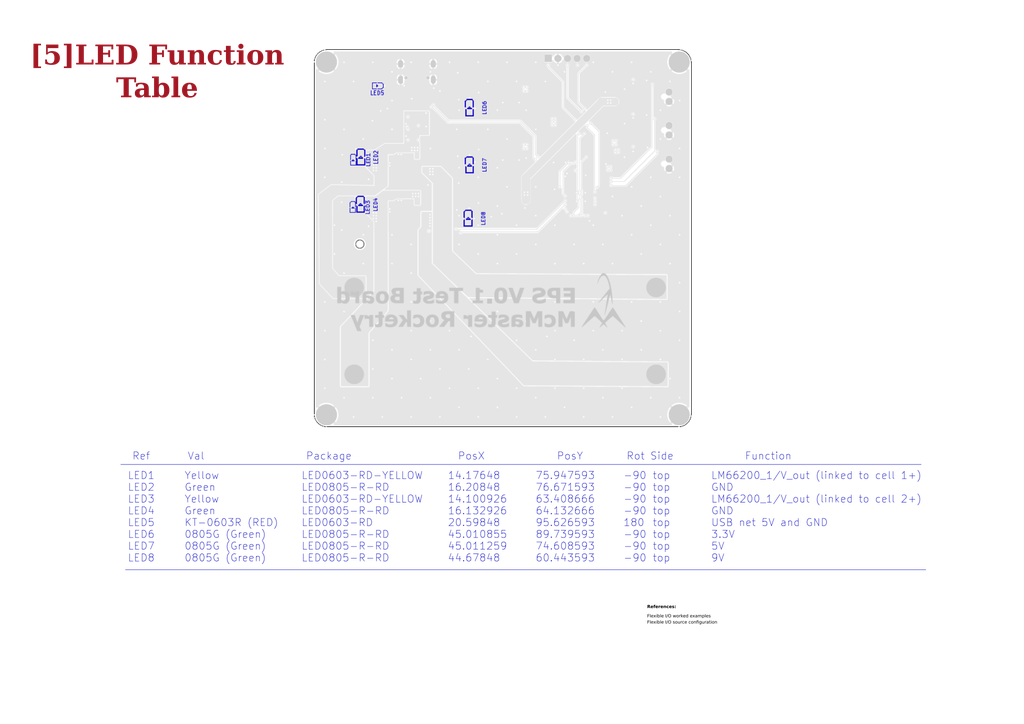
<source format=kicad_sch>
(kicad_sch
	(version 20231120)
	(generator "eeschema")
	(generator_version "8.0")
	(uuid "ea8c4f5e-7a49-4faf-a994-dbc85ed86b0a")
	(paper "A3")
	(title_block
		(title "Sheet Title B")
		(date "Last Modified Date")
		(rev "${REVISION}")
		(company "${COMPANY}")
	)
	(lib_symbols)
	(polyline
		(pts
			(xy 49.53 190.5) (xy 377.825 190.5)
		)
		(stroke
			(width 0)
			(type default)
		)
		(uuid "7409ae56-23c9-43e1-8a5f-cc29b8280c8d")
	)
	(polyline
		(pts
			(xy 51.435 233.68) (xy 379.73 233.68)
		)
		(stroke
			(width 0)
			(type default)
		)
		(uuid "a2834db9-c8f6-4bee-a90f-34cf1d276eb0")
	)
	(image
		(at 206.375 97.79)
		(scale 1.16343)
		(uuid "83ac6bed-b92f-4cc9-a3ee-9b0fe5bb1011")
		(data "iVBORw0KGgoAAAANSUhEUgAAAoMAAAKBCAMAAAAbeFG3AAAAAXNSR0IB2cksfwAAAAlwSFlzAAAS"
			"dAAAEnQB3mYfeAAAAh9QTFRFAAAAdXV1NTU1AAAAZGRkhYWFra2txMTE2dnZ////4+Pjk5OToaGh"
			"7e3tubm59vb28vLy7+/v9/f3+fn5+vr6dXV14uLi1NTUz8/Pzs7O0tLS3t7e5eXl7Ozs29vb0NDQ"
			"5+fnNTU119fX0dHRhYWFZGRk2NjY09PT6urq9fX11tbW6Ojo1dXV9PT03d3d8PDw3Nzc6enp39/f"
			"8fHx/f392tra/Pz85OTk6+vr4ODgT09P7u7u+/v7+Pj4/v7+4eHh8/Pz5ubmCwDM3d3jWlnRhYTW"
			"sLDcMS/OzMzg1dXinZ3Zw8PfNjXOZmXSFxTMLy3OtbXdEw/MNDLOpqbaJyXNXFvRQD7PUlHQra3b"
			"gYHVjo3Xrq7bvr7eREPPpqXaPTvOZWTSXVzSh4bWgIDVdHPUlpbYZ2fSLy3Nm5rZzs3hmprYOzrO"
			"Xl7Rnp7Ze3vUd3bUTUzQzc3gvb3eFRLMIB7NlJTXTEvQurrd2NjreXjUGhfMGhfNdXTTHhvMQUDP"
			"QkDPamnSLivNh4fWTk3PR0fPKijNSEfPtrbcGxfNX17RmJjYFRHMGRbMLCrNLSvNFxPM8PD25+ft"
			"kZDXFhLMLizOPDrOxcXfMC7NZGPSiorWX1/Rn57Zy8vlGBTMaWnSQkDOOTfOXVzRMzHNZ2bSRkTP"
			"Ew7MFBDMNDPOQ0PPhYXVxsbfOznOEAzMT09Px8fHycnJysrKy8vLzc3NzMzMyMjINb677QAAALV0"
			"Uk5TAEHW/2kc////////////////////////////////////////////////////////////////"
			"/////5n/////////////////////////////////////////////////////////////////////"
			"////////////////////////////////////////////////////////////////////////////"
			"/////////////////2yiz/oAAG65SURBVHic7L15cCTXnd/5EpU4qioLBXQVqnA0unERTRIEKUrs"
			"Ca83bE9s7IYdDoc3vBPhnVnJG2GvRyNSGsneUWvZGo600mhEjTgem+SIGmvs8Tg8s9Jfu+vd2Fh7"
			"d2Pt8R/emWlKHLKJpgii0QC7cRfQKFRmVQEoIDePl5kvr5f58qwjv0Gi68irXn7yHb/3e78fBRIl"
			"ildU3BeQqOeVMJgobiUMJopbCYOJ4lbCYKK4lTCYKG4lDCaKWzgGKSohNFEQoi543Lc2n9M8nxIZ"
			"TChM5FPUJbjsP+X5S9sNLD/tA5lLHLmJEhGKpuq8DVNWDPYBOn0mvhikQFP9NG3LcaJEJqXqyqvs"
			"BeBPxRd87qjv3GJTM4P9l+nUGUjTQkvMi99TFCcdoRDW1SbqRlEV8e/gcIsHvEDRQDPNciCf3rSo"
			"yUwM0tM7FBgabaCfZS72hHpwuBXW9SbqOtE1oR4spE5RvtLHjYGxBxembY0M9s3vtrJXasbNhvdO"
			"s0zCYCK3ollu6Erd+Gl/nUs1TBAaGKRn988G82cWB62WEgSjFMWVWMCN82zcF+JR9LnV+CFzeHrZ"
			"MkKoZ1BEsNy0HiuPnoBqIeEwHOVP1JdZkTqxKSvygD0FMw21zKnhKroPfaF/nz9JtcntoYdYMHJo"
			"+RXfPO1rGiDU89Y3xA8N2R05/bi58Nj/BSYyi0FhYvNiSwbSV1n6+JIDsA9EXdkZukI9GFEw48Bs"
			"5aLUt6fsVb7cTxUfgGyUl22n+hxLWyMoQTi1rq8idQymsufpAXurdOoQ0HnfF5jILAqtwBoMaHLg"
			"inSfeOFepjPCC27hkfh+4DIrN85sWao5M0d5aVe6Kne+hveYCC/bRuV7IJey/ZZvndfsGaSKLJg0"
			"9SORvc8ay9s+ry+RlQwMCjfxmUfwnfDgC40yV1Iaa1pqcMvH8D7xU1JNWN6CNzIzsgdiFl1cGUxj"
			"vi/czx/oWmOUwVQ/heFX0PDH4OnYf2I3Ssfg+XVqResRCQ9+OkOXP1beD1SFmo6pq7be4X2h+dUQ"
			"Bf2ZuEcxQid2FDvJdv1dpoJugDAoVINZGj8/3GwmFWEY0jF4LPw/rVnHZv4c0DN1rXkaPxDGhwfa"
			"fSoJPa/CvvqWH4u5zy5Ug+VT7BYD+/w5WhEizAnVYMFsQNSpcD/pEYYhE4NIl2hYrAJHtK/7Rqrg"
			"6oZ2364LrTanDST5mUcgVnFNh2pQrAif/4/IW4TBv/gOtjco6ZybMdmvE/mWicG8dl+MDPbzvI7B"
			"a1sATKlNdfwM1hvpQYdNLk/6WWRYov0Weugi2+90gsG9KBpjqn7BAGriIzJDQ/WpHV7Y64MOrKhN"
			"DCI1Se4hyM59rGdutKK+5Tnh91az2vfFmNviQ9ygGOqYriMtrnbtqbHqc5tOO6d3QDl0Q6hQmw8y"
			"4qQ3UZ2b2xAHkKR7tYf0DGY59DZef3d5m7nUfpPY/+PSKqNS/w/pH2aO4jURCjdguM9hG/60iTbG"
			"CIPM2RVH9yzqsXijw1W1Jbc9Qn1AYBMv31P36ryxu47B4uN6I5tV5kuFplh4IFXbC7i6K5Z/VTUD"
			"XoxVhab7QGWWjbkZECqQktVcr07X3us707y4NAb7BsFEw2oHVHw1/Ds8eRd2fwSc5qoOGysSRmPq"
			"XkuVNpmzci2DfTC/DgaH5DuTqXLiz6Gn7svvR7cl+pg87AHmDqRqjxuDFeW1asymGfYU7bzaqPzh"
			"xblWlWkMUkPg2onVDjodi0+lJPrqJlGNWBh+4Go7oRpUfsQxUhEyDIsrXaEa1PayekxmT+xmjyxF"
			"XX9EBLK/wxvnSYTKJDt4QYGBwsecbImgC7UTCmSKq7ClZfamKhS4rI/Ae0AdZ4QWsLBVZr1cvUF0"
			"acdzY+eKwf4D1EztncHZt2+uE1yb+Gy7mkdCfsQxyKgG9/GVpV3MXvUGspc0u2U6qus6VdTcnRfc"
			"PTJeD6+/xpxo4KPm7gt/S6KTggAh9FlYuq9Qt0tPPMpraFVTKf4caXirMzutC/k9fe2ORRG4V6NO"
			"dGt1cskgaiFE+oMDYN75WUbqwdIp0aPPLu67ejapGlDAawBK7WA71IMcb7mXKrq0SjSTWhh0d7WB"
			"Hp7Sah/moC4xONOnoc24bmYJr96oCOpB6tSGwRuOXb3MdvhjEqGfDf91HOMHsFf7iNmnMkjZ5rkW"
			"yAOkcuVSE5doXUvntmeQG0YXNq+3wWBM6BTl8ZNtghb/DJzZMOgwxwKkiZLr4Xd6e5JBZnwNXL9n"
			"b1hZ2GWf4A80COnHn/yI6X+svR1t5R/lwr1GF6IqjtMk4pyvLYNYdwdJFzVsrywg9SSDuVpjfj+H"
			"GKPo0n3kfuS3Roprz+9qdsLyYT6/vzXFIm8fTB3H7bAA6D3N58dW55wtg86WndOGr86uG9mMSRzU"
			"qHvZq500e7AJhnikVymMS5A2h2LHN0C5pv0ylpm7kxnbUkYlo4/HV7LTffG3xk3OcapD6NHZMzhm"
			"tfxTv/NQ2GZ4nZXFNfGja8he7gbgbabR4tEmM4sOxtnryKCPfpyrZ4e3tF/GlcFBrtCEjTPDNLjp"
			"h+rbGCXcP6eq7KKGYdBptjl1GL79N7+O0OSaeKEbou0VwbApeNEn5/nGmf0sB3WSq/ajj+TCu+Vd"
			"xQLAMPc/8efl8XfbwJVfuH8O8218i8MwiPqtWWhgP4rJ2NyGOuNB4CChNsYd2hQDUL9kmmOY4j0s"
			"HOoreG0Rk4Bgnr3MDsdfCwLRVOvghtp3BHAM4vduNpca4f9McUGP7LOwhDUJ6pVPr0CfhSiuMQxR"
			"ZbbJYiA0MahKQhCHb6RiNgHWD3WAE6pBDIPgScyw9+r70fS06FpdYnD5hGSUx1Q4icFsuTMRFHp4"
			"81gIbRlsLwSlhgw329GUYhjZMZimhG6vrd9CZmAja7vwM1hRgAf5bdLODTdZ9bBXGwkPoR2D7YYg"
			"oEt3iwO23tBj22I1aMtgAeQaLZvFySBT3Bo9j9381N3CQmjDYNshKDpUZKcqNhCWK3SanbiLYVCU"
			"ZXwucDmzFeBVJrIWDkJrBtsQQUk2EI6J4xFxAIllkGsODZvtOxMfdKB7cgcKA6Elg+2KoNAptLDQ"
			"DFQXpGGmE4NNTvZdQ5U+boQ93KRLa75mYOoLvlxF2kaWENLFNcaSQY8INoAv8xW74GglZpgVkB7T"
			"+wLykx8A2bjnxKA4WQayQ5c8L33HU5lmoxF++EHhrH68IZhNojE7174jFysIF/4UlFsWDHpEkKr4"
			"MuPTey7MxPldoS1OMxRsUnnqMr0HwBIvTSY6MijvDsBQ/rpQK66mxGHMsneHMreqzRC5IxpV2CDw"
			"GamHP+3tXVYQ1rO8RT3ouSFmgS8bG8W5KT3uibvC3zS/OATA6YeSQUbxhnRmUPhxVHYFOVoGM4XU"
			"kWprBu36hGYGG2m6LfuCirg+dFyydKq6P7phEEiu4vMCx0sPJlEH8m5RG7fFwA5CKwYn1yOy2HpU"
			"fnt8X+Rw+f5FDmlJXTIYq/InvPQ/mZhUFeQvusGEaQmhFYOHnTk33gEMjq5Jc3WZHNGSjpOGNFfX"
			"FbHbrSBMGIxQuQ3osyCGIKWzziYhcRvR00H2WYhqQjFUWUCYMBidxHWNkhvWMUhna2dgYApPIV3Y"
			"Oxq4uKp5fHWkC6tRZggTBqOTGmdBhHCAUkKN2ooVQxKUVkEHx1mwkgnChMHIxGwiHtGf2BD+eTyG"
			"G50wR+IiptzDTvejNskIYcJgZNJ55UsLXNLn2MyjYzvC39EHnb6exCwDhFEyWO17NrURXmvS7gwy"
			"B2AAvjwGtFjoVzhsaVwVl3GlDlUGz8BlW1v/3EsPYYQMVkEhW/pJeIuV251BoK0UFgNvUWB9EI8U"
			"A+gDvqbFKu3Q9cVW0kEYIYO5RmnoQSm8RXodxWA2XQKORUEX7ue4RjcyqIMwUgaLmSo4NZn7mQMi"
			"k62tXDNIA7Lz5QN7bDQGXffskJXx4TBI+OtIC4O2KWsEwggZ5MrN6ics2uK5O67O50iOWwbpEiDy"
			"yCusLvpyfFGk6w96YTCU/mBjaZ9kEpCqkDlFNGbt7EkShBNiCJAoxyTs9EN+1HxFhbybUqCLfQ7k"
			"uGWw+jx4h8RdZvJuMOHSdeNiLwyGMS7OF+4QBZionRHF5cEdXoCQPRTvTMfYZgRyHFB13RYXAFG9"
			"Rp8EM1Gri7PgOvBw2HEWmCxZJJfRGlFh4A4/OrjbWQyCwpHDDYhrTLII/11VX9hsiM6T9Eg8aqzY"
			"00L0DOIjltK51jblo7GJjUE9czco6gPrDZH5YoJ1VOIKBBiXv0tM1IriYFBojHA5EXLjO82hPe+9"
			"7jZhUIDw0qYm1PnNuFazq/xmEMVSDxYeYsZU9Mz92Xol7d2DO2YGF+l7hk/MYk8lBtPPfURwfDq3"
			"JjG4QNYTa3/FwiBeCx3OYD9/T/3EbkGm6A0t/E8X10ksHGL0Zl0E5zYRNVwF9EXK66PRhgyOFoW2"
			"eMv7IqO4GdQGI4vbDgsySTMutKWYnafOz0Ch+VOLbAGu1IYM0sVdX0uU42awn3pf/cRpQWZtuOO9"
			"sOh0LceDwtbJsNcgqW3IICYOnSvFzeCAguDyqV1/sJtETVU3bh6WuLvL3Ja3u5YwGJiMI5Bn+PPA"
			"GdSHsm8L5bfLpfef26dXF089GjMSBgOTgcHlS3VsEpz0oezbQ6OXoFTZWd7nHnv0x4uIQSpLUHL2"
			"DNJVarGaOQxmvjhouZ4n8SNdKPs2UVOK+QiWvcZkioZBpuQ0yYvKlkGqeFLnqYHxVWyd3wH+g10l"
			"muUpDizfnyeKbIwoKgbrBFOcdgxSitEQ5rS1UY8wyIA2aZRz4zssd/Uxw9YsnKHcKKK2OI9fMaGX"
			"DYN09kh52TeCsQLEw6DUGxRb4VXh79B7yuvQRNa0hChma241k6ZPGoOzHpModdCYpFxRo6fyTcyY"
			"JU4GJegW0xT1jv1EXTBqGwap48V7y/tg+u309XgZZPYDDDVmx6DmQcpzmGmU+BlcXe4/BwM/vvFh"
			"eKfz3xYXNgPyvsnVuPzh4l7hcMHjYslgGKSv3RkIbqGcDYNXNzSempgOYbxt8ar0cjHdT1XByJ+F"
			"dz6/oiqADiboIrNDTQ+sU5d9pXjHJOyzATYMNgxev9/+DMJ6UGDwMvOnwt93wzuhXzXm2yW+dQf1"
			"Bxv9Gk8ljJWsHRj8C6w4Ybc4eDe8E3aPOoNBukpRpeyOGosfGxwjfgYHctR/fCZfHdlPGHSjjmBQ"
			"jMMvKJuH0X8zh7judEwMAjhDItpmyvsfgr+8Cyb+OLzzdZE6gUFhxCO/yM5KSdyH90ZwPZkesVF3"
			"jzqBwdE19WV6+Prm40v8eC5hsMPUCQzO/Fj3tZNPTcKgjYKLVRKsOoFBwxh4aQ3bFCcM2qhRb9PQ"
			"mRqDk4Z0aq4YZPq3rVNoZi95z6szHepBYUyCva5OZTCoOA52hy+uuA7qEK0UBsd3jRlxXDBI5zDL"
			"hEGz6NFsbWRQXN0NNZhNXUyv4VfldiqDQcWzsRNdbdPImQqD5ijpzgzSrMNia8YbhKZx8VVYEWYL"
			"Up7EzNX7uN07lcGg4nrJ0k+DLKqv2nCJi8KgGUJHBk0Iin1eXWS2SW+zQaa+qZiaAyD2Qf7yyrB9"
			"ldGuDHJlh0cyyDGDfjr4ae0+0MEvMPArlUEThE4MmhAU+7x0EaDOqqwn1wyLubrqzOAK4EeVt9Tk"
			"ihpKjDNmm2tTBrllcBjhwBR1i3m61cfLPjw3qMv2g1Bj0AihA4M0e6HvXkh9XoNX26SnDo7lfPHo"
			"GshrPJ2qeSnL94xRqNqUQabUjMlJYBEoCAoQ8u3XGiMMGiDEM2hCEPZ5KYCO/w/LXkrdksFGfWgQ"
			"8ZtpKtdGVYxX2aYMkvmSB6lFQH2IvDEyKGAJJv+97d6Yyw7oF6EM6iHEMmiBoKUoLxYpIgbNvah2"
			"ZTA26bAzMri4uji1PfXItnLELAWiZoOp2XUM6iBspO0C9tggaFUPerrplgzmNtKD6hv+tGn/fHQz"
			"g/kTD5GF8AwOng7exSw8oGZtu7GFPMlKNXvpGUQhrGdA7sDaEmeNYLj9Qa4JJlVzOF/FzNh1MYML"
			"f/7k0LvEVj4sg//p0MNrD3Mn9p1EzNJw03DQmwwMIhAyzP2sNYQ2DXGY42IR8Y0nNpQ3/dkN+3hV"
			"3csgdVxI18rEkYWwDIK/PLgJwMz/5fvivMvIoAsIbfuCodkH5QvLt4pwrqlwDKr2vjPdy+Do4/GV"
			"9PUN0ooQz2D8MjHoCKHb4QgIbJ5E0xRXocDl0/jopd3KIFVbqByfFo+nSEsVz+CzEw/mqP/T99X5"
			"kJlBBwjdI9gY92iStWUQ+lMDfCaNLmVw4ccv7FDjD2Y54sYFy+BfpyT9r/4v0LMsGMRCaIUg94TF"
			"/G2J9ewoZMtg9SlpfcbSGrab2Z0M5ocOSzupvSGbPjpOELu/mvlfgMW4+Mb/LpoIqVDXQuNlxSAG"
			"QksEU6SF4iBM7DdKuKhcm+YnCVdU9qB+cz234QFCGbv/6n1prthsH9T+xiSRQfNkhgHCXO2RPASI"
			"BMFOjT9oJ3ooiKXXUj248JEnCEU9dbFMvSfPFdfQ7C/QoyZWBlNpq5+kh/CJj5hxcU1HNAh2GYN0"
			"aehBEP7L5fXJ3NpF1iOESExErhlGrjEfyqetDTAohLusMCCbqkaFYLcxWMxUg8n3uXsx0vAKIRqX"
			"c3YF8Zhvg7bY1gqoQdjI7YGZXYaPCsEuYxDQh8HEdZGOxbqGsDahdgHQPqBFf1D879D4mESaUNIR"
			"wtHaBZcZPU5FhaCBQapEuAqiLRgkvmqXcg1hvXFzXXntyGD1ZsuQRrf6/B2iBnvy7qc2CDY3Cgdh"
			"DbSoRfDBVP/aUt9HESGoZzC/7mAONKkdGHR71Vyf2yOOwVrNLYRM6T21DLEMyv+wBqsjaQKAQt5f"
			"p9cewouDfHXh8DHDHbcsyjQkBA31oH0GcBu1A4Mur5oZ3nF5vOMbSspqtxDS2rc4BuHGwHgsmvDW"
			"km5vlB2E5dWRSiadE9pjei86BI39QdJf1xYMurtqqu66sjlUc0IQ9AmhnBlsA9lASE2d31uqnGQi"
			"GxHL6rIxCUauGCwMiu3kodY9I4bQmcF4x8WybCCsZ7j8IcgHjGC179kULmxswiAqoWsprp1BGCSG"
			"sDMYtIGQGbs7PbAXNIKgkC39BBM6OGFQJ1M9SAyhizFJOzBI6LLqpyHONUpDD0oYT8yEQQvpGCSE"
			"sCP6g6JIXFZ99QVzjWKmCk5Nk6jMQU4+aM8x6GZGWc8gGYQdwyCBy6q/4Uh1qnn4gkVbPHcHrlPq"
			"NQYXauuXV518LQ0MEkG4qHvXzgy6dln1OyJmp8HHFmmlCnm4HKrHGGRHhvayNafUGkYGSSDsIAbd"
			"uqyGZpSB6jEGRy8Ld4bmnFYqmRj0YCfsCMXismqSwOBMzXkzO3Uag7laY2l/fM1hUzODEEI631kQ"
			"UtzUx5eLa5N0zeaiZQjTcCF1WAiyi9g1EQKDYLmxde7R3aTTGKyO8HluxgODHVkT5ulDLlubsB4S"
			"yBIh5MBzNdHrIywE8+tgARc8U2AwnaF48oW0sjqNQUAxYNfRwcGKQeEO3djsMAjZ59+rD1zlipm7"
			"9t0PhqEf5RqHI3yIDXHhITbDosDg9d3TzLPveOsUumawDgJM9OhJnu2DijqvJmSff7cxOMWJJuJD"
			"20suc/uNpd3Rx/H0BUUJDD75IHwGuSapVxheHkJY+mYQgTAeBp0WmJmU73tM8fXzwtAEZqqM2Rqp"
			"DI6UPhiMC0GRwUya4tmpkNviYOvBwir5YN4/gxqEG6QnD0LLoEY6emxcPd09Xd6Z6q9jvHxnH4LZ"
			"ylqE/oJGSWOS7UbGo1NkTP3BeoM8pHkADEII4wq5b4yk7yjquHAyXDi8YGp1TA1AH09kV6wQbEa0"
			"HEtkEBQaXpOjxDUmYfFpU6wUBIMQQtJTB6MlYyR9R7HM+Eq2DNbB4HXzdK1uw1MrBEF2YqTiPXyC"
			"a+EYpI5HnCLwddy42JXsGZQgrDeCuSIyZecuSSEsH+bzD7Jsfa6CN0dZDkeaQuuf3a9e/zh0CG0Z"
			"pI+fPzjv3z/rmjxNIoP6qKG2wjAo3K8JnK0rRNHsDCGE9ONPPgDC9dJDWLO8HYJg8aiSSeOacVth"
			"AimaZccgXR0+E//lJxq4o3UWg4aoobbCMQjok1iqQakpJoVQzXiEuxm2CIKhuXtLFafEOFZyW9Cy"
			"7BgsbylANXE2lc5i0BA1VFL+cr/EG8oLy2BcYoZPSCF0VQ/aIJjlZ1cyaS7fahIOhKRrtQ+sbSEb"
			"Bql+9WEfOMFA2FkMAhrM7uh5o9M1hl040Fum2pJBDxC66Q/aIEgXsiXu7vLq9DnpQEgSURYBGwZz"
			"x9prXEXYYQxWwUKmX3c7uJkHp+nhY721sT0ZJIfQxbjYenZkIr0vTq6IUZvIR+PEsmHw6gaSG6Jr"
			"GMzT1emH41soYNzM+tkLtDpLRHFiD7xNGSSG0Nk+aDdBVxsV/e8l78fwIewpBsuHLLe8rQseL7TF"
			"XFb12KD3gOjJ1q4MEkNY2Hxy6LB15b3+knU1aDtHLPnfc1IU1PAhdG6L+dOuYZDKcrPVqj6tK7N/"
			"2ad5rrELFeO6urYSKYRSjhWGw0z7GD+DE3T1qceTd+FHYUNowSAtQDVRPVHeDlQxU7OdxSDI9VUB"
			"O+841da+DHoZHdsK5ynD0kPafFDIEJoZZJ+9I/wdHFKAyjcxQ5wOYxA0nngEKNbJg6eNGQwQQqyz"
			"ljg3HRWEJgZrZ/K/Ssa6a9UobNRMKZjYlVB0ac3UCZcYrOXqC/s5p4kOEgatTuUk+8RwLmSGkH2W"
			"wCCsysFfMEIIjQxW1cLJDvLpBj3GYX9eUAw26loEvwDEnoLrxuuW1zSdb4LB61UHAkgYtDqVg5hN"
			"TPY1F7sbIZy7M+C0UtAsR5fV6CA0Mjj7tu5r7DoAEByDdG0siGDmqmozpmpVZvBxYSPnOANK1BZb"
			"nMpJwjWQ7oLKCCGzTz6l68JrOjIIjQwayjM9gfdt7bT+IP14ItV37oR7O/cHRfnvE7py3DdDGI67"
			"hpHBuTuGDfArPzuNQaGzQTsnwGx3Bn1DaD1BZ7GqWg8hO74LQpCRQWVIIip7keK6J1dYMP6DbSJ/"
			"ENrMEad5+dNqalwNhoxCCCxSPAUhI4NCfxnquYM6Tw0U9rG7JwzGJD8Q2iD4dPNiRwwLM5qtfTzz"
			"WNkUhVDHoL/sAKhMthnZcwyAafjbCsc0xpaRMBiXvENog+BCrXR65R0GcDeOGXZrhFc2RiDUMegz"
			"OwAis42aGROHxk+qLf9jhrO/JQmDsckrhNaZOMHdIaoB5nbTkrPNUmOLUTfXINQx6Dc7gCbL+eJ6"
			"A5TUfiHf4uwtNAmD8ckbhDYjYrC3WBXqwcpjmp1uIPWgDkJ9f9BvdgBVNgymB9U3/GkzY3v3upJB"
			"eq/drt1aXiC0M8pQlcLY4+weOB0cq42NNLjH6C5jtSYnvopoTCKpUVdm6kQ1m1nbJQUdxqDNSnvh"
			"V6Bauh9kSIgQBSFkD13P1NjaBQUGZdPwTC130NJHdKCLu+NSQvVoGdRcFkQGu6UetIs40piJadW6"
			"X4kQli53Xfcd7E3TCoMigqboCo20zGeUDLKnIK/xdNqwt1N3FoO29aDXMBOxiyrvTt4tuGUQMzsC"
			"GbREMBYGmU0wdq68KQyt2NupO4xBG3Uug9L9c8sgboJOZtAawVgYBI3L7CDsI2WK1Yr9CtPIGPQQ"
			"aMsgyGD+wuRQM5w9CdRhwrcIfiwBg9g5YolBGwQjZlAbb08dSKs7qekt3O5RMVhv+DaXyAyO9jHv"
			"6+LyV2ceXU0TB1AKVUxpxb0ZyTWDeDcFicGCTWjFSBlEMmDS7OXw9c2TPnz4r6gYHF/x4CKnlxKX"
			"P7uHxuXP04ejtSrTVm0x17x56LYmdM2gg6eMzKDNgfAMMrtgqlpNzduH2XSQjkE0E7BiG09jfdOi"
			"YhA3X+hS1nH5y5ebjeWsxwigYamMdxxG5ZZBJ2ct7wxWF4dBZfss733+WF8PohnRq1cPuOU1Hm8q"
			"67QxiSkuf3VqcHVwpNChthnXDDr6C3pnsJ5p8BkuXzy/4vVJ7tD4gx5kE5e/9sn90m6jQwJMm+WO"
			"QWeXVe8MsrkKKBabGzc/rnmkqMcYNMflp3Ngay4U18xI5IpBF17T3hms5VjwPL9Wzw4PeWxNeo1B"
			"S3W5fdCN4753BpmdiZGP6k9frvV5HTX2DoOj213BIDVcBfSFGh/XBYOu1o74GBcrQQ7nvJpwu4dB"
			"5qCO3wAz690xDDJU/vwMPHzypxTEyplBd3lHvDNIP7589kNu4KnzM6+mi65hkF340GO+M6GKHOiQ"
			"cTGdruV4UNg6GS5A+5Ijgy5T3/joD37ypHVlt1abAHse3Y26hEFqomGXFtCFRh+2l33QVtRUdePm"
			"oRickoOOzk4Mus2+5J3B0Y0WKGZ3znp8XEzn0jt+WtOOYTC/XS69/9w+vbp4CisdBwZdJwDzUQ+O"
			"lu6nq1Ol956v2DTG5foOb5FDW1U3MFi9seaPoY5hEIyep0qVHSbLPYaDUDyD7nPQeWeQaxVa108b"
			"3Cx/YD0o4crN6id2Ma7enc9gfofyGyekcxgEslM9WFaCJmEZJEiD6GNcTHFlluf6Ji9txsW5hhjT"
			"1T5JD7NZmLzb0QyWUxceBhQMw7KgMCjcSdGttXMYpFme4sDy/XnF2wzHIEkmTh8MOilXa9SLJavk"
			"tbMrGSmDcr4UCYMMCMVFjzngHSLiWGt8ZWk3vw7SGcm938QgPdReDoWqap9c46+fPKb4HJxexDBI"
			"lAw2RAapa5t5te+gu5gmKPIigixH0BYzxniYbhkkS5oCL7HsuIdngwy+HqRLQ0GtnQ1WzNbcaiZN"
			"nzQGZ/vk2t+eQbJ8xD4ZzG/NN6tUjbKM5VPtS01ZWi3ql8xYSkbQNYPUbNMQvDFEBrllcFhdVN/S"
			"98yX48sgg8jEYDFzN9Cldag/kq/jHC/eW94H02+nrzsxSJgS2x+D1cXhBzN3z/L5R7jxr4XyaYig"
			"awYLeWP6nRDbYqbU3H9CO7YJQn8GGcldXvxDg5a5P0gferZ3W55sPagM4rVctXD4qTUuu7CBb4tJ"
			"s7L7Y1Dy3ypUi+dVMi84pSEGMoOmZtZK1YLHttiL8twcSH0A39ygLsG7+sk4P7FMC6uLh6D+zD5L"
			"CxV0K/QxCeKf7k/MzrWPF9apy74SfkxCiqBPBtnrq+B6mnn75jpRhkUEQeHYC1vTm5/A5he1Vrjj"
			"4kU5S4ukGzw40NlAbzz73oeejzx5d3k7X7gzU6s+D97Jhz8uDiwuhlHWDBIj6LserFHPH1XZ9PC2"
			"VX3PZC1rRxRB4diZdJlLefD/io5B4c1PUFL+NvXOJ9+7BxZXTXu5keR4zlA1MaPlYQfZZkyyZJAc"
			"QZ8MjmYfgUK/UNfPblgcQHjYn7ZAS4fg03uHi/S9m4eX5KHs4mNw8VM/fLpF3/PIoF5dxqAHBH0y"
			"mGuU1jLXD0tV6/5gY8liQKpDcChbbzzNlVbSNXInxBgZHHgfCBC2sAzSSOpHcH3T+PWT0PNt87Kb"
			"GPSCoN/+IDgV+oMf1+36gxYLpg0I5jbAUgNUF3bJDbPxMfifjf9PQg3eAjgGqzdO+1qlxk+XtsDU"
			"iunb6TWlxBsXXcSgJwT99wdnrhxVa2Ou/bfMCIrHn2x48EGMg0HY/D73rvDn03fsGaRP+oosoK4/"
			"agG2z+rxbKa7hUFaMyV5Q9Angww1NLhazlyuzbhkyBJB4fhebB2BMMiU3tOdGhqmB97HMghu9INz"
			"88hYq8sXJG+auTsvPGA2waJFEhHVfTp4BtnlBwEf0UYSg9w8q/xsjwj6nSehq608yA+5XRdtjWB2"
			"yNONCITB2tnNj5FCeornRbSe6qPO9Az+zJ/Jr+QP/w71J+A/of7AeLDD5fvyC+jHIU/ILVkhER6D"
			"+XVgNRIMQYdSmBhufu1Cqgq9IhjmfLFZNggyQ8NeAv8E0xbX0fS6zzUouXZ76gIY6sG/+Kk77yv1"
			"4LMv3LkLln+m/kPDsQji+AbEoFWAgUjrQQHCsTMppr5nBI0MljcmkWnQgBl0j2C+75htpXL4OxpG"
			"f1A1tyzKDP79/zD6p0Bui3+h74+U7xdvCi8t+oPRMyjau33s7k8Sg4AuXN1MFfa8I2hgsHaVm31X"
			"e7LIGcTZ5N0jyGUuAMVT/WPYNiVcBqUXT138lT8W54oXfwJ0thn4b/wMSvN+mp7RsgxR3idy3Epm"
			"8PrY2zfXJ3canhHUM8hsjVTQACjEDNKl+7YeCAQIKnG2MyM4CMNn8KmL1CV1KULIgk/9lX8Plh//"
			"v9i9o2dQb/16hlejh4I+PhwIy9otOSyIoaKfPiydVvcsHCPcIqhnsMztN5Z2WbVQiBmstoDdbSBo"
			"iI8vlZdXdzE3NXQGkeqOBb9C/YcleuTiB7i9Y2AQ1SLop96Hrx2sl541+/YLam/zsMAwK2BpcGuo"
			"wvlAUMcgzRbZXGNIM/WRt8Xllk0yU4LhCJvXWpQG5gaF3h/UGFz8yef+TPzmZ7dXka1Mc3WeGAwu"
			"JvoiGHgfeaO/OrkP61vsqWZG41LLYL9UEd1N/CCIMij2Kq8f7j2nubAENyYhGRFfv6/xNGea49IU"
			"xZhEffeTTyL0CX+letIHg6NbsLJfaPiONKzIYNI0MPifgx8f45pnjAMd+hXa+LMXU6X3n/sTnwgi"
			"DIoI5g7Sw8g5AmOQyChzdQPJDYGZfgmJwadbouOgmUH5VVAM0gVoSnQY/JMIz+Dqp9P/3yV9125n"
			"pmT0EVZldmFXvpCWvVs5yZIgqDEoI6jfMygGyeyC19e111HXg0JHijrvoz5w8FmA//pgMAw5MAjA"
			"cquvZVcVUrPALgiw2YUdSg7/sekTQcA1JQYHp/bMCAbFIKFpusHE2R+U+BKn6jBtsZ3ajEFxqYD2"
			"3mmIglnxYHJhV/fZuaTnzZmlHBHkqFkYQZrZoVtPrEgMSmyYAqMHwyABgvnLQt89LpdS3vdnMPMn"
			"kfcHYRNs3ljR4XOPvJ44CBkYXBeXCoR8SprFjoit+pgUD0bPWTjBkx9bo/h6Q2bQCsFgGCRAkFu+"
			"I/2r5C/OHOG8cdqPwfFd6oqNXSAKGRi8Iy4V0D648cLIv0vZdgc9ii59hEv6YNGRZE8zaa5ceu95"
			"yVuPe+69+uDsTyUGFx6HlaeJpBYs3IGvcn3i45LisKaziBmUX2EZbIwXQLALM4lkbIvFpQKq/tYU"
			"9W//6r/9a28EekaHCbpC3ppBZr9xc12+tr+gMZhJT1rU2wEwSNIXrGn9QDBIgVQZb7WIlkE3Y5Im"
			"U7oMaBGbF2HHJD9/7z1xLi/QKTzHOWKrjiTFc09v1ktAycBF8bUzuS22XOZrwWB9gaiPQTQcGdf7"
			"Gzv5FMbBoPS9FI3DqqtzWAYgPgQhdj/7HPX/vG89Lhb+BsmgNzeFJ34yWWPA1kBuiBHvd3as2Fgh"
			"YpDZJFpaSzYiNnalZljsMDNsBnVCGKSLmQc8NWthr3Cfyzc8PfNfUNS/od43fQ5/UIATeN4QFLNi"
			"c02JgY/EMh2uKrYZ1/VgYYNg8RGhUabJGT6wzxsrXV0YDNp94YrByW1rx/0I9QwvlITwvxnCoOUb"
			"QZUBaKN2zSAAY0364Uh13JBqw0qkLqvCtSkqjJz375/ha9woY7+xABmT2LbFjTFrx30n0RfYr4cJ"
			"ZvPsuqrKmQLrKwSHIDmDTHYvz5VOxLBlDpPt5F7TSkU4KHst8CkKl8o0Wgbd9EAmt60d9x2UT5sX"
			"3unkNmCMaDyCL1ct+4P03ElAY6YAESRnsJ5p1IvHhSKoTOOL24PjPp2WNkoPKEAtvjdvX2ZRMqjP"
			"ryZGsirvmzurh08eeDk4S9snaZZO3sRBWJtQixPlzoLBxVVmsmVc8W3r6YRVkAiSM9jIFVeeXp0q"
			"gf0DbMAsb2tH8ttP3AUTDeXtwD5mfU6kcVgR86kUyUooSnNeFo9zdWwKLUnJFV3vj46DsN64qc6v"
			"OzIIFj8yXCHG4xOjQBEkZ1CMMp2tP7cGFuxCoUvyvHxpdA2MIFdwap8/NtpYwAiEYiQruvjAXGBB"
			"MEjNVg8B+6y+usJAiC5OxTIo/2PsJ+I8320VLILCc0A6JmlM9m1xSzxI4QyF3lfQNepDg4jvVhOT"
			"4SjaeNQIhGItZbVyJggGm9zyNpi7Y0jbjYEQuRAcg3byEJUr2Ia4Nr9RJ2bwbGrnLLsAPsrZn9TH"
			"Ik4jg1nbvlLUMdFtkt0jCoJBOSrXjtEChu8TQjkzGESYpkARXPjxCzsVjpBBduqEy+TG3wHP/8TW"
			"UuhnHfHoWrZffcM3T9umHtQglBbwzt41j5QD6Q/ayA2EkTAYKIL5ocPSTmqPeEyyB2YejVRA0TYf"
			"qq+l7EIn+dqJ8oavtsuYRJIMoRTIoHwvrDEJxSt/9HIBYRQMBjwcyR7Ub64fEjIoVIELlfxhA6Tt"
			"Qq/6jKYwWSt9qADVN7xhnxU0hvwkMoSh1oOsOApr1C1M3c4QehiTkMrjUvbRLTETxvK+kQGpHsxu"
			"EjKYH6M+YpjBTXD9PevY3X4DeghVQGlbJqpcsaoQ1KuLIUcOvk8YBIO1sxcegMm7VtW/I4RexiRk"
			"8hpNQaiyBJSWt8f3DCVU+Hgyt0baHwT5vi0+SzHAxqEgkJgy1CWfbtA1fInHkqcJC6FXBnU2ai5r"
			"G5vfCUL9bHcIDHoO6NGoSzEZZJB0E4bM7sUA8bgYr0AQVCaOo/dZcBYOQo8M5tOcy0jIDhCGzaD3"
			"mDIog3SxT2/WI/dZwCqYyFpUXcrEkDnDZuqIKV8dBkKva5oYBoFwtNYCdM7G/u/KRBOWfIQ1Qhms"
			"Pm/IWRQsg4EFdxM9SZzcReLKmWgPoed1dQiE9cbyNhhfsWsCYoSQZs2mWreLOHVtceFIX0yBMhhs"
			"fEEnxZa30xZC72s7NQgLq4OMAKLtkeKDsOkdQT2DRukZpEtrqMGFkMFoEYwxd2xuz9os5WN9sQah"
			"mknMRnFByJptUe6XsmsMWixj1jPInuosr2QMRoxgjAxSNuZ5P2vcdX1CrGKCcHzXdCHuoykoDDbG"
			"LBJYGtrinM7iQsRg1Ai6Z1BM0RqowmAwLAil3AAByGyoJQnoQcKgYU9bBunj6Y+HdVdFjCBp4cye"
			"GKYO3DIopaomOZOjQmEwJAjF3ABerwiVqSkmiilD0BYb97RlcPQSVAtnO9oH04OECNLX7ti7Blpo"
			"dM04Qdtl9SAZhPZTmAZJuQECkJFBsrBGBGMS4552DOaH9iuZ9CQaOeLpQ8KGmLBw6NKqoRQi7w9K"
			"eQ6lc4XDIAGEnhK6+JKBQTIEw2CQGaTvLRlWejSj7AtKVxcxg1K+V/lcITHoHsLYGWwSIRgGg6CW"
			"4/JD1rEBo0Iw+npQzHstnyssBl1DGDuDGF8SK4XBIDN8kWMtVyRGhmAMthnFahceg24hTBgUdjuZ"
			"2HrKKpBYdAh2mX1QkTsIEwalhJ3DKQsXtwgRDIZBK1dUR4XJoDsIEwYBxV41mUpkRYdgIAxauuQ7"
			"KlQGXUGoMSgFHolAbccgPbNRXM+MmzqESxvy4DgKBLu1HnQFocogXcyY5h1CUdsxCBZ22Scqa+Y9"
			"ZEWCYJf2B0VxTacDqQwyFnNfoaj9GAT1hmlrVdEg2JUMyiNvquKaQVw4/UDVfgzSNXEKzFoRIeiF"
			"Qe6JuyCLlB4Sc21+X3vt5D0bGoPQb5CEwajUfgzWPvl24dDaUh4VguQM0un98aq2HThOaa8nEARn"
			"0X4uiuzkQ3ggPiQGx1ekGB8Jg8ie9nN1IN/cL1kZCM1rSMMSKYNMZQIXpclaDBIbVhsoXO+z3Pin"
			"HsbYOsF1JF3HIDNOfSQuVPPKYGb2ftaaQZsZw8loECRlsPrUB9glUr5Fn5Rdehw4KUYG6eK6tZOR"
			"DYPGCGHWytXqC/snDY8MZpf3qyBHGysQqS0etC6oMfmimFI13HwxZAyO7jikmvArZtjo2ONZMTJo"
			"8KRHvrBm0BQhzFKzB5tgEJx6ZPC5xurg83dNq1noXMspIHWjfnMdu4FfkTBIs2ONcLM2lFPBVf9x"
			"tsW1YetT2zDI7LvxzRwtHm3kmpxHBp/cbCxvj5L3o8Sh81jbzNVRE+aUVoGKrvHDwTHedf1B+vFT"
			"p80dmvPG4ECOHZn6ONZ0lHZyzyC7GHIXlSrzgWVjB93EYCEPu4tVOt9iTz2OSdL8c+/Gt7QfJ7cM"
			"0icgwDrKSuzpgpeWwlbdw+DcHSR+pAODMzWrHEMCg5k0oSUoOrlkkBm+CLKOMouu1UHWO+QX5tF6"
			"9zDIHCDRevEMNgFTtcjCIDAY+W91L3cMcvPGcGMBiyr3+YoulJo01aHdw6D+EPYMcs2hPAuGzEZ+"
			"Ycxz/aeYqNMxyw2DdHo/5B8wujbjb8RNlU2Lx9uWQWk6m85Wg2UQcFcfc82n9w4LZgbrmRybOm7b"
			"itAFg56mRkiU35u577O3LNQC5o/ak0H2VDit7C0WJINcPntZE3uEEoNiuj1VeXrzFMz1hXsTfciZ"
			"wdCnRqo3Nop+R9wdxODs2y88gN5iATJYvrdUYYcUBg3OaAuio2ouoPmn4OXIYOhTI17bYTGrnbRe"
			"mmH2+A5iEJTF0R3D8YG2xZS4VH1bYZAuAnRgwo43Wwu78afktZEDg6FPjXhuh5lNMJSVJsWa3NJu"
			"JzGoyRODi9vjViWWr1KM1hYbUotW+8t82yLoxOBkyFMj3LzndljKcizGz6GvVthOYlCqByk2641B"
			"amJ/iOEyJp8/MbN7LsuyVmOSNheeQTs/04BEpzd8jocVdRCDSn/wnbwnBsXgoaBFp/sMPSShBHIb"
			"BXEVTa8xmD/Bf4/V8aCf8bDU3CixLjuIQXlcXLoUOmzeZi5yA9XS6vPGZJuyjXpcGHs4ZmMzKric"
			"4PB4hIfzxyBVtg+J1nrmvT761/439f27FGfcJOtjPCzdRaa0kpYC/3YQg9A+KN53bwzKa4KNphY4"
			"V5dJj5Mm+DaF+PcpMSMr2Q5+GOSewLkxUFcOb1CX2hE/aFwEeM/zBaE145o3D6tiAPROYlCTxxnc"
			"0cf16SvvGK4d57NAz7zzrP3yW1OIf3/KF+4QRqr0wyC+1hcg+bl/Deh78O1TF+DdTJAdFQFxoX/P"
			"sVIiiJ5isJqaHfxg1FD0OAZHizvN7JbtjzWG+PcpJkvoWuCdQbpWwlo9hcZyWENQzD0TLIM69RSD"
			"ID+0apo2wLXFo8ez9Uq6Q23UGAaZynUH3Gkwh6Y5smLQMQMmfYz9Wr2lvcWglZAxiclhv0sZpCZc"
			"zOAt4hmUsnJhKazeOO1rlRo/XdoCU+YgeRMbKni9xaCVyRlnm1nYGMK1xXHLgcGGTQJ4/GhEEY7B"
			"Z/jLT/4Rvh6kT/qEgbMU9l0ySJt02JsMllcL5qm3J1rvZ+1s1DTLg3rIYTN8yIFB862VNLrjygaF"
			"rQef+evsH59bMKheAzu/Jt4yMSY+swkschH3KoOjteKDtNEFIV+l2KzNXB19snja2gjX88SHvDHY"
			"cDe6MDL43MD7n/+/weifKh89k/1T806Hy/flFyW5vZHCvosOChabdhqDZX0XmvFkEmF2qSaYu9Qz"
			"iPdZGLngMmIayfYUnsH8uisGy/u6tzfgu1UTg/2jp1z/X/s378LtAPjQfOzDsuuy6jgG9dCZkza5"
			"Um6HKe8vGOZJsL5bucYemNll2nUKz8FnwSa3lJ5Brqlb0n2D+pvfFf5ZvuRbRgbpv/k/r4LFgffF"
			"98+MbQHwc9S3jcd2n+Y5QgarhWAqkclt5I03j74cqFWXVj7x0HBBXH72TwrWPqwgN/7OQmXmIFwf"
			"PO8KgkG6dB8dPi+mPpD+feYMGBlcfeZMZfBXqX9998bfrnzfeOx2ZJA9Xd523sqFdD1ATE5HewkI"
			"ikFnLH7b1Xc1BvXKPxptVVMdOi52x6Bhklod7C7KDC4X/9I3AWRQ/Pgf/Lt3tc0WKWNz3I4MFlYz"
			"ATkQIZEOql4GCRKCAxMjpnkS1UptwSCzvwjW0u3aFAfDoF4ag6viyxvL7wGpZlyE4+Jn3pe/lTcy"
			"jYzbkcEArcnKsGRyx5PjlohgJl2buWL0m8ExWMux4PndDrVR+2UQiL3DS5q/kCBsZJ555sfgF35k"
			"MRBB5I3BzlhXJ4oubMz2rfGenNbkhlgMfHSdMiFlz+DocQUUw3UF9aPQGYTVnVjfNX6Toj5c+xvU"
			"v8JCSMBgo6QknJwAFrckOgYjiiUM+4ILtdKaxRIlewbrmQZI11yE9nInLmDf+tDbYo3BxXef+9kf"
			"iB/LjgywP+inLdZmk+fN8WwjZDCimOoQwSW22XqCNy9RsmewSmef4O8H1Z2oN4hyxTorZAaR7p44"
			"JpEGIHBcLPK56o9BrLqOQRVBwKxkLRY72jMImH5wHtgFdgqDP3dXAM3MoPxqVdmsjRkks5uQtcWe"
			"bDI6BIFVeKjqjV07BoNVB7TFgp7iL/up9/WTdcb54gDGxVj5YrCwajU/HYxg3gBCoQhmrm5+wpTX"
			"hhk+YaNhMGiFUg8+J+VdWTXVg65mmcd3JQ9p3/LF4OTdgIzSZtHFlRlyM4kOwXSZSw0ZvDcFBJss"
			"lzAoC9MfNDe/5ra4MV4AdwOo7X0xSJ+EF20R5g0gEoLg6dY0fe/mocFnASKYMCjLJ4NNRlr36Ftu"
			"GaRLa8F2sUMQguD9bH5rvLSSrusuWkEwYVCWTwYPC8Gsd3XLIHsK0MilN7SdfEVEDFI6BAFYOADV"
			"MnU/r5WSimDCoCwMg/IrOC5G3yAKakxSbblsi2szSPdTvxo1mCvxKwOCAJQfLHw4B9YnlEdHQzBh"
			"UJY9g67GJJPb1o77eFEN0wp6K98SnSz6g0ItiK5GbYua0ISgoOZQ/ZJRpkoQBN0ySDE0aBuf1rAZ"
			"RAUZlL+XApHmOXM5NMasHffxGl+/NHwyseGBwUX9atR2YNAKQcBSTXUGGEXQJYPM+Fq+9JPAJu98"
			"KgwG1VcYBunS0D7LlCxypU1uWzvuY2XR+fM0LjZ4fusZ/I1/+TeKfwD+7m3Si/MlSwRBPTO7koEz"
			"wGwq3VQbAXcM5mqNevF4qk3CwYVjo7ZW+YHUxkoM5kUDDLcMDk1zBp76g5EwuDj46d9ffbplXzky"
			"O4FXLdYIAmqkBmbglLEYFRN+vOQy9lt9uLjydP9Wm/Qbo2RQNwxh9oQi5crmRzEQBulWGAyufv2H"
			"VrOL6kmvuco7RyIbBIVneGu+CR9flh6CDC6xQqPshsHqSKqarbeLScqJQevf45FBsUgdtwmCQWq2"
			"ehg8g//w//jvqH8GfvGW7QHd5d8kkC2CUOWzh3xfauKx2BYv33+q0pw+Bo8PZx71X04PrAp/HtnZ"
			"+tmJTL1tIrNGyyACYaj1YJMTQ3ERMMiOyP1SLIM3RGeV8wuM9yNp5D1lN5u8DU4IVkGhmm2ciX/q"
			"Azku+8R7z64BXswhzo5MvY9PUIdxnLC6Kz6kX19lIQcGx61z43hmUIUw3P6gONVGwmDtDE4PYxm0"
			"W43qW+PWM8hOCMJu3a74590nNxvp4TRfAvsH9es7wu8ZWxf+sB6808r3bprvinc5O7Y5MGgDm3cG"
			"FQjtx8VxjEkKq9AlDsvgV1c+AOCzf/C+8n7WPqYfmaw9aRwRhMPbvPinJTPYKIJKrf5cYzX9XEP8"
			"Y4xS6EZSYNHgZFhvb6HIGVQhtLMPBsIgxZONSZTF51gGX1z4FbD8Xx4qq1HL92wyZZPLqmF0RlA2"
			"83EZ4U/r7kSNy46uzXHgojby+JM77OjO8g674GlNsTf/Rls5Tr1Gz6DTwCQIBtnTdMbHmOS3qcff"
			"BCYGb/CG1QeB1YNWcoGg8LNPnk1tXIh/WswOxU+w5fr2wh6gcyMVvin+aZdhB1YxMChDWNjIGaZq"
			"oYJgsHb2wgNvvlsiYc/8pRtvyatRV3UpM+1muMOQKwS7RHEwKBYwswkGGYPLiqxA2mIu691/8Bmh"
			"Hb+QV6PqUwdHqF5CMB4GQY5+XF/Yb1m67sU6TyIKWY2qpVCPVj2FYEwMgtyVTbuvAmFQCpPusS1G"
			"VqMa50m0v6GqtxCMi0HMwCQIBuV0EcHP1VmvBAxawSFYeNgu83E4xcWgBGFobbGcNqdDGQwOwfw6"
			"iCWcCaFiYxDUZ/fCG5NI6cMCZ1D+J2QGg2yI2cVAMzCFpPgYFMo4NNuMzUfGMxEyGIl6rC8oKl4G"
			"rRTIfLGUTjYcBsNti3sQwS5lUE6r3YEM9iKCXcogw+zxnchgTyLolcExNsf6xDBMBm0+Mp7JNYOy"
			"k773MUltwpWl2w7BcstX8JMQlhgEeniPDI5vnXp1GlH8PENlMGBf/rk7vsKd1Rs3111sZodgteW4"
			"TBWnEJYYBHt4jwxee1xc93ZX6nPQmyxMBn348uukMOjTSZ8pvefCTGfbEBvyHhAr8CUGAR8+6v5g"
			"fl2JnRfumMTzPIlOUdpmerMvKCryMQnFwEm6QBks39MZu0l9+dtAvYtgl4yLuaY5fb07BqmTZ4/b"
			"IehFDyPoyOCMZaLsNmPQCkF3DFJsllp4l8JvF4Hma72LoCODF5agtBeDlgi6Y1BcFbS4Hn89mB3q"
			"XQSDYdBq2tdRgTFYbekRpE8WQK3hrj+Ya5TuPm1Z1Uetw55F0IlBG1D0DFq6vzgqMAabE/rYus10"
			"ClzU0+7a4mtbh/lZMdTW7ArhaQNXryIYCIPeoukGxqBheMvsD5fAfm2MczUm4cZ3eGkSg6oQnjZo"
			"9SyCgTDoTWExSI1sPA/eGcgAItsMfdIgPG3A6l0EY2QwN2DdiSQOZWtgkL66UQCHk/sXJAzmLxtx"
			"D0yYXkUwRgZthju+GQTcEx+BpXfzRDZqKdN54R5u65CVnelVBLuRQZDfAlOEvvy5xh6Y2aWM8YSj"
			"1IWXlNpdoW5kUBZh7LcLLjPaDhMmPaioGKSuPzLcYDyDsyeuTY5BMEin2WL+x55rojrohDWUHkWX"
			"PKWct5Xp1kbF4NydFx4YjoFjkCVwTwyCQWFzdtJzuCmuCaxmarpEjbor70e3Gl0z3trI6sEJ4ypD"
			"LIN0adW1T0swDPpSUg+SHM54a5P+YKK4lTCYKG4lDCaKWwmDieJW2Axy4wccyEyem/1qEgYTyQqX"
			"weoNxSMqM260fCQMJpIVKoO5DWEofsaDPuG4S8ZMJwmDiWSFyaCAID10dKU6MNHaSgGjn2vCYCJZ"
			"ITLINUE+vZU+E17y02D/bEmfKiVhMJGs8BikiytUebsPvuvLsMriduUYCYOJJDkxOGEZNtoNg0I1"
			"yFRTyruB3/9v+vQVYcJgIllODKYsI524YbBRp8pHZ+rby2uPAI06piQMJpIVHoOHoP8C8QkdYAf0"
			"AboTBhPJcmCwOuCDwQuQQt7/4acpXQA1XwxSsw/UrQJgkClVfUX48ynfYb3Irl5MT+TjdIEf3oFB"
			"qh4cg3+H12Xp9cXg5F2YcBgEwmDALnKkmvMXwY/w6qU0bT5OF/jhw2NwfKW/tKW9DbYtpmtaLsMA"
			"GKRrY3FmuGT2fbkfkl69lK4yPBEfPjwG6w26zmhjkotrW/pookl/MJGs8BjkmqAPqIOSgSs71NKu"
			"7hgJg4kkhceg0GcbuLIFe4QDpe1LQzchYTCRrBAZpCqA+lefq4nHvJzcvwTZIf0xEgYTSQqRQVC+"
			"BwYaU7/1OXA0V6uCJTbxWUhkpTAZFLuEwiGERlgYmmSLhrFbwmAiWaEyCJiDuvxiaW3EaLdMGEwk"
			"K1wGAcgPPaBAaTdvtpwnDCaSFTaDmDMnDCaS1MsM5rJsnLMjiaB6mcEEwvZQTzOYQNgW8sjgE4/y"
			"nqNUKcdoAwZdQ+jz1/ourLZS0L/GI4PXGqUVX7kk24RBlxDWG36StwqX4iv1bJuJPV0M1tnSI4Pj"
			"282bh/4eh/ZgEOQ2XIQOHF/x5eBXO9O7a3S2Ju8aQ0n6lEcGx1iu7LMn1SYM2mQa04s+9mfFYU0W"
			"+g6W38IwqbfHJJLcQJgoRDkx2Biy2Km7GEwgjFlODFYssyZ1F4MJhPEqYVBUAmGccmAwv94TDAoQ"
			"zlgGlEgUgRwYtMlg2HUMAobhEghjUsIgVAJhbEoYVJRAGJcSBlUlEMakhEFNCYTxKGEQEcNsMF00"
			"qdYpShhERbMggTByRcYgZdwDzyDTdM1CgAx6hZABobrCkh6eIzO4x331UTHYqBtJwTJIzTZdB7Gz"
			"ZZD2kI/YE4RMCfgKIBjw4esNInfF2K++bRmsV3wy6NFR3wuEsd9FvRIGbRR5WyxCeN/DLLAnCJO2"
			"2Mfhu3dMAsSAN15cEWh2JlnpFKW6mkGv/jDJcrtI1d0MJhB2grqcwQTCDlC3M5hA2P7yyOCZB9Ob"
			"8RjRMJhA2PbyxiDDuLbe2Z85IgY9Q+hm4XGiAOSNQcClfM+rRsagAOHTe2SHhLslEEYijwyC8obP"
			"UB8RMgi4eU9OWQmE0ciRwes2vaIc8OlrFyGDXj0DEwgjkSODtkTUL/2FfIiSwQTCdpYTg+N7dkTQ"
			"7IWv+xMpgwmEbSwnBjGWQLq0g3xHHNbHH4NlbZThLqy0ZwgXHnvYLRGBfDAImOETtbNIHt7MF4Oz"
			"b2vxx1yGNvcIYTcuMplfe3wl7mtA5IdB1ExIHubRF4PsqQae2/D6niFcsf4iS9JnmHxIsPHFCMHG"
			"KVIj2fyHbwHqc7X2odAXg6iZkDhArL+2GDmd6xQPHiHMn0j/HKcctkM1ve28jSqKI7oePxKem6vf"
			"kJKp3qrQThsTPTeWunA1neaPQT9mwmjHJJIY5kGu05cs0RfO26iyeG6ofwHz+b50aijnMJ4bV51p"
			"nwyC3D5BmeRCyaFdp1w/B/m9nl8313pLuLmUWAi3w69+qy2bKQ6d/DIIyvfdXxJ9itTNgTFIF903"
			"sT2/eHPiNrh19T44yn0fgF+mnLf3J5vQgQb5ZpBEbB8ybgmMQaJ+Xo9DePTDi5flNJYCjKnPh326"
			"dmQwhbSawTGYQOhaw99SW+Dz74NXd0I+XawMliplAE7pff2nYTGYQOhWb/b9gmKTEarEICvCs6vi"
			"+Gd7Qdc1i43BqdN9npeOxFPDg0fIN6ExmEDoThO3kT6g0BoHVRGeMRdn8CVfLGgYxsVgZUTX1eXH"
			"K+rr8BgUIORd+wj2LoRv3ULHwt+7eMnRRuhGZ1Sf7j31hEJhPAzOP6obP6JaA/BViAyCasu9dwHN"
			"zp30oqP+9K3X0aYy8x3wOoFVw07FXdP4OgchiIXB0rbFeJ+/AX9pmAwSubjQtdleXC1yPqIzCR79"
			"IXjZVGMQa8QqeR01vSX9EwOD/KX1xxDCUBkk87PqySVL3/ttfbWXfdX/qMQSQaGOLYoQxsDg/Ic2"
			"Vk/+UmqOw2UwgdBB0/un+g+KXwOv+ZwTrozafHHZD2JhMHVm943caw2ZQVIIP/S/QLWjdH7NOAx+"
			"k/fZGJfsB9b9lzYM1oYNNzhIBjMY80hZHB2HzSDg5gkqt55bvNkyjYIHX/M5MravdaS2z4rB0TUw"
			"p/exCpDBqU3M/CMv/tbQGSRrYXsMwqOZE+NHE7fBZ/z4ERZx9rDRE0sG6eK6wdPUiUEWuF65ZNs1"
			"kDR2FAWDCYREmv8S+GbFeTNbYapBodq5vhVMf5Bg5RL2gsAwFwmDCYREeqv1iqlydK/5VezXY0fB"
			"MOgewjMHP+NrW5EwSAphb+dKPP++nw4hbgAAxGonIAYBw9gu79TpygH2a35yPxoGBQgb7tcVlO/1"
			"NIRCh/CL3ve+xN8png6KQd3yOYwcHgpxrB4Ng6DeRzAd3NtZY4UOoQ9P1pbDrqnAGMRAyMsWNqlL"
			"MdDAnylXj4pBMp+E3obQl4XQYRkHP3kQGINCc2zTxRr+lvSPVJ07VMwgfRYVg8QQZgJY6TS/Bia3"
			"wYJHH4Dpj8FY/zaIftlv6y0fy0qiZBBwT1hnrEEZHHZYQkVcD84fHP1T3a+0bDWOZIuQ/u45Qggv"
			"3CjLM4irgAB+Uuto5lV4panPwoW7g69J/6Cmjzd5q5McLZ28pl4r/YtPohRPV/VFIA8g3jCd3/vA"
			"YvhbPgYlkTJoF28QZdCpP3h1h4jBo4nXjN9YEsK/afWdE4TkDL7Yb3+04teRqpv6tjR/JfT2RSG1"
			"TPFr0j8GNwG4nabbD5XHafrBW4bvgmfwrZaPQUmE/UFR1hCiDDqMi8EE0bj46Efm0xEwKEDI41Z8"
			"kjOIcXMyYiR5Jx/9ofSa+rRaQWdflf4xwGy+Euq7Dy0PC0JgULwm724L0Y2LZbG0BYQogw4GS0L7"
			"oBUkJAw6rPj0wCCgvjwIxiz6e/P/wHgrpLsKkdPc5WFTbLjlFldC/RPxLNO3zKcKmkEJc+8DY4em"
			"j+oLmEHLoJcogw41c+aUaJ7kLYtal4hB/BITLwzabQBhA/StKtxSQgI2vbcUfylYrdEvWV7JS/kU"
			"OPo+j+zfMjbEIHAG5bLzPlOC8ZoR1X8ZNINWEKoMikaa03/8S9gLEhr01oRUWAMHFKBLqyqD0y2x"
			"1zSQlyoZmUFYztQ3Ktpp3DA43ZBmDKvCGAWFUD5DVR22CqNYSYzMz20WnE+AnX7LcakDg7DRlSo8"
			"yJ3sIv89uVwVpwA4SDE26eJvu52uaG/g/vNfkl9SvyrVvXJ5yKwh1W72O8jnpIIVOK6n6yB8tXMx"
			"EDiDFhDCMrv9HblYKPqz4j/CUI6iPgfA70pe1dSL4l/++lbmNWQclfqvGdi2a2NKQP/6joFBueGy"
			"YVDa/wfyUejP8v1g4uQ76v0RjqVAeDTzG8rHL03rH114ZLEqYBhgbYFyYDAjYyDXd+ffV4+nvIaN"
			"sYKqcQXH8LfEuAeGcwn7KL1B2HSjDCKCT6AnBpUut4+BMdZN5bI/IB9WnZoTBvuLqUlLCeiBH5zL"
			"L39XOjAlNT65R8ZBxlflG87/DtqbeunkisRgeft70vsvoqcxAqBvk4Si1H9A/6M9CcLpl3XmjRO0"
			"rkMYtIXQgUHYFMtGGNiJk24rfA0bY8jULYMrM5g/Q/uHsAsiXI/SRkNAQmBQ6UNQv+xhZ1lYd70L"
			"a/9Bs4gYNPkvmLtVIoQyg2DgXKJLYnBg/FeNHTwZL1iI2il+npfqwSv/o/QWWw86MCiMSa8x/J5x"
			"yCD3+PU/QO4SMcyKlRuNzKDtbYbYwCZXvgT5tsJv5JoPNsXYFb3T+9AepTGoNJTBMwjrbwD8zBhj"
			"jCHps6B8+fUyQmjRtad/SWFQOabI4GLdZGiQB9OmMeVLVdk280fSF6mXKOCZQeGjamvoitHOSP+8"
			"VhPqGLSB0IHBN5Cfo1aassVUvstSD1Ax1djVOUeLZ+qQRPqlGX1PD2VwWg1Bq/REPDCodF2BuXtA"
			"IpslTfIYNBQGjRAqDYZwU78D6zkBOTOD5QqsBlK3Cg/BUWniK7x8m2B7QH+tcrT0VfkWfHdL+nf6"
			"K8odoT8L5woc+4PCjbqV4ijhhn5D3uP1+1zf78kn/vrqlel1pLem+wHKJ5YQumJQ+RoyKNXfkDtp"
			"JGw2WSOaXv89XSshGhVhS67U2roxiaHt8MKgVrw+428NWptNg1xXZ5Tek0s3TwLrdvqXTAyWK/De"
			"fL4qVkFcs8gXz8TbDgd/KSkICiz1L6TkE0zfNrbejuPiN26Pw0caPuXCp/CV/KzL14hURgYGLSH0"
			"wqB8qfDBE88N22Wrn2CeDpEuB5oT6X9033iWABgUxyPUF8TjvPSWP1fqqYdWhmoZwZAY1DvR6OyD"
			"sE5Lfe6fXvSBvkuelv2qqRfF1cXyvZFuAbL6DdYOsJMED/Brovff/CPTVB2BfbD4zZZyYJkD5SbJ"
			"N1YrdCODIoTGsK54BtFRCDAwCH+e0BgrD5vFcl7zdIjcWVD7OfStFADoCCUABoVSob47IFyUCKIf"
			"V2pg6TA1PCIhGBaDOgh1DCrl/DnlW3lcnPq2eD3q4JL68pVzsAp7ZNB8Afvz8G6I1QbaVKhyxSCf"
			"v9BcAIRP5ROnoOlS7nJphW5iEOT3OIMvl/d6ECIvNMawkbAwxZmBelH2erCarQyKQeFnC/WreJzb"
			"41/yyyAoVfXtMV9SAl2FxSDqyaVjEBplX7pk6vJxZAbl8jFY/W81KeRTuD8sW7FWhPZdaFy06Q+i"
			"O8nfze9+B2VXbHTtpxuQH4DeBZo1QOiDQVizv35fN0TW6XsXurfUy0p3wmBTQs7ie0wiPOxiXSs+"
			"GN+svMmb7EXE4hmtADM5rWkPjUHEk0vPIKxyhPZm/gHdBLkqcvNMKEi9c/lTZfoKNmuagRa6oLie"
			"JzHWnuKIlJhBEcK0aF1XMjQMSK35LWTFlu4sMoNKKwtPB2t2eHEvPik3EcZ5OmCYFX6Jn1BaCFFm"
			"16FgbDNCMUnNvfjjP3Ol9VYQ0bemzu/NHYOLPHd1C/k0PAY1JxorBrUev/wtyuDnL1O/o3wrtkt6"
			"BrV60OBi4pJBaM9RJe1OzqAIIfp2VtrmlQfAWj+Si+/T0t/MP5cj7vwi/HJAMrV//tr/IL37zAAw"
			"6gxOn4Db2X3jzxuu8kN6CgNh8OiHF3KPUygaoeh9eRA6KEQGATcv35Fn5Ocbljgt9e5eVLsx8rfy"
			"e/m733xvpjZdhTNnQsNk1xZrU1aSXDKoWV1FweZelrLYTm4THRgUIcwOqe+Utjhv3W2Sq0nwVSlN"
			"FfXP5QP8t/DLuVekf/pkMv8ucrNn5cw7z8p0gr+HtodDN95VXw9Si+I/8mbKg7CstNdn/1L6Rytz"
			"+5wiauKdgdc+n5cestb3wKu74PAPfUyUOChMBpUsGeNymwmn11+X/mqNlvyt/F6+U795Iva0IDZC"
			"S2k5JhHeQQYJ60G1ykv994MDaKMGFAjhsAk3JpF/HjujJaq36A8qxnDx4YG/QfZFMM7IKZ4H+k8R"
			"QdMRevT8+XdumZZqy2X7BaMxburX5c9te3TmPCI/86UvXL0rvfojCf3ll2EdbiHb1Fs2AdYEzaPx"
			"n2sLbhLIeWQQStcWw/LXxn7mtvhb8gXKt1C48XrbDDSnfZVVjqt4c+IYhIdAGHxRdYef2KYAn5Xv"
			"m7TiE/KCsc1AoX7YDgwq7tGSjfMt1SYEhfqgWdnhYH9QM9pIDhbm1jGwubqJ23CeiM7+ulx7vHX+"
			"Jf0mrK1r6sS+3TezlgnVlu67WZseCINSHaAMCIw3GGVQrgm02gj24GRnY0jTKzVesz7cGhw4UD2s"
			"LBmE4H4RmPqjxd23pHlX+kVpv3ofMyA31hgbtSoBwjJcpezAoGJMfmn2oZgJTvs9khDrn3WTB8fF"
			"qa+LnmvTLdnzB88ggjXxuHj6KyllqlIoZGm/7Ku+Ys74VyAMAurFK0eKt7HxBuvGxalbHJh8RT6h"
			"eONhxUR9exu05Jfg74nZnKxGEiYG33yZVfcSaVC8qHICtllKvJlw7j/12YkDUH6Ukn1xMHN1iKRQ"
			"rSZvUXgJOgbNk+bI4RSXLWDnp4fM22rCM+jDh/Xoh5Q6Wy5ct3Shme+EnywHK9cMNoDF+gwLnwXT"
			"DbaxzchzqsIYzfDprW3RZ8HsywB0DFKzD3j0XkhDa+O4GPU/AYZt9T/A0kordCG/bXMJOgZNPt+p"
			"X0DqlUF1ZGuzbgM+hjoZmBLK3g+D7LP7ikG3ldf6h8KJpZ/Dv4lnkClV7RwTLFVfsF6EaSu3DFIV"
			"YLHu180NRhmkkENAe6vBpKf4bplni3UMTt5d3kbvhdwBMy3BsGIQdZvBMihA+FWbS9AzaJjRUHqx"
			"stR6zjbsru3aJfWAQtm/jnxOyCB97c5ATn45fIEMUYRbIl//G3gGG/Wb67jvDWI2gesklsoJ3K5p"
			"sgoCB2/ha6pF3+IGy+UjP+2vtH6TN2yph+3F2hVlffHEK8YqEikqupZrIfdCGXEapxaEjqreYKPO"
			"hOl/gM1sVe43jJ9YMgiOpl/VNtHWZsqC3UXMurz53Vd17+kvP9IfQih7P/Ugsw/Ht9NV9He+ycPd"
			"Wiksg3RtjChqcmEjR7K53/6gEusDestTv7pxxfRtVqyicvyZaHCrUnA2Dd1y4gg2V9TLLIXGWZiv"
			"6k0UxkVtyt1N3daKVj2YuF58TqyQ5ndO1H4A/fefXrP6AVWbm1D66eWc1SUYGJROIk4opn7pimnl"
			"XfHM+upRHS2dVKWpbPqz/LUVqxHCsPRXKkv4GlXWS66bN5RHb9ju50ckfwwi4nW7G6SLx2axpQTT"
			"NbkJI4j1Ia9MumboZ01/bPpU/kg4K0mOT1FdHDldGBbDWp23v3GRKDAGcSK6kwHEm8GINJd790Lo"
			"L+xbkIqCQbL7GC6DCYSKwpwnJlMEDJYporsYMoMeIHRl7O84Db7m128wKIXPIFHSEBA+g8QQlu91"
			"ZdDqt1oxm6ZVhc4gKYLhM0iU41MU8U/oCL3RLt3B0Bkkv3/hM0iU41NU50OYeWQ0+Mx/SesOFv0s"
			"avKvkBkkvdsgEgaJoep0CCdumxaV8m+q3cHMd3ytrPOtcBkkbfVERcFgj0Eozr4bO3/D31I+Eb7V"
			"xZ6IXKEySNr7lxQJg70FoThZr3OkAOLk6ReRb2M104TJoCcEI2KwlyCUp8wNrmMtALGTp8wDSKbt"
			"WYExmDflpfGGoBODcGHjrM+8u4Q5PsXtm0/b9itoQOatFLDMZY9K8YPT+459D06yG2KKRCDT1QbF"
			"IFVJGxYfkE7NQuWyFez9tI276lZw7lg40+BOv3GuGSdu3u4H0cU+Mpc55SlDfoRyWfa/C2YgQPNP"
			"yB89HqBwVbTiuqlfWao4bCnOj5G1xkxpxeCJGhSDtbMl/fIVmgVDNtvqNS+HD4NuJeyCQ+3ki8GJ"
			"o9/SV7JEJW+q2BW3oerzYJ+oTlX8brRfoS5+sjfaKQscEEdExTnya8f259Kc19B5Ef5NXWhHEF1r"
			"XL5385Asf7FrsSO6msB9mhodVFyTdkiu7oNBC7/Yf+iQYkMvI4Tqki6OIevDKgxqj4ASkNIFg9qK"
			"KdVxHPMooR7pSJiH4q7sQqx5/SKLYMIVVzY8ryGNSQgyJaFQURXHjr93Bq1i2HytRVR/GSDUL/En"
			"kOqFqlChLTtxwaBKnFrFYRhEF1Egmw3LCd7Qb/2H/PCocBgkSdaFQMUwpw7Jnvww+D2LOu92jiDH"
			"JzBC6J9BxXSsNYkuGFR/vPqL7BnUu5Fr7W1WdBc2fBuXpTocBnMH7vPFaVDRpZrzKMYzg9qyDbFv"
			"riyKPCPJ8QkMEPpnUFne/6ZaRbthEJKL/CI7Bg1rw7T2tkXjvo1WoTBI5HOnQgVHMUeLZ6ec2N+f"
			"sLQW6BicPhTd0LOmqApiBDihfsvzBW3cq6xfk+sCZXH4kKsae77+sXyeig5CPYPTh7QY8yyfMrjG"
			"8/lD6YMrUsYKSRqD8jgBWdYE4+jVOfFYV7IZrRCQkG9yE641pLYMGpczqu1tlrP41keWCD8Kg8HC"
			"16V/lF8E+zq3Br8F6F+kKWTNuH5xzosXIg3Dah4H8FJKZz7QBd8TGRx+VbtyNMECuhwq9XWlgYEF"
			"DusQNUCBvtvwBqC+nHp0RV/ZIvE4qZcfXhMhNIQAFEjKIlHnkNUyR9O6aHRwTKv9cHk5NtJNEBmc"
			"+DXtil5SFxwh55SKFnlvx6BxQZfW3k7sWH0bjzdXCAzmsgf/WDoEtCHAn/oqJ9Uat3aGbRgUxweG"
			"ZZIyxsqHaMmLpaXfXbU8HA3rHm9lnZs+jpIWJEMHoXRI6hsHKIMTX9XFNPxCjnmQOzcxqL8Y+lW5"
			"AjbFEPyidhqgXg+6zv2LwPjDbu3oAslJFyG2mlltNZ4Ng1pbqy6qRdpbi29t15+GquAZHB1kc3LT"
			"Ag3zcjVG/bISRKZPDY2pL2vRTmJsHeRaSxnRivfLlkGlhjPFL4Xtj34ZJxKoBYUQHpJGokebhtPf"
			"PN8D117RfWRiULnXppRnJgbF247+ajODyjJYtO4VToiGU7JhUD3ui/1qa6850KjfvnKiDolica0O"
			"nEEx4DnsYsu1GDRBvdivX21uZlD4RC2pl5S0vXKhwOIXV4/bMwh7emrqlxe1Mhb/wmPDuXs0WBCS"
			"41N/SIlB5ValfkmJZvJPNtkbv6LbUGXwJaAkeJDutVbBKckFUAZfkrb9ZkUuoZT8iy0YhAUJL1na"
			"TiBX+p1UyhDMDpVamuKzqz5KSnurtMRSoFF1U+9JPL0raAblqX0ZN7mvA8cCr983MygtlL2Qmfny"
			"UHZHqTLFUoGdMDiPqSQc/PkregbpLwu3uvW7MFWZWPco85/f1jo8cp2kGHTpr4kDGF3AKm1a0cwg"
			"rG6k8PgwT/Ftjs7tMcL4CcbYeUVcn/yGnPdCs4SLMMGfTH9N7IUdLdZe0zN45VvSJcg0fe776m5v"
			"iGumq9oPU2JyyGeTesGvrkg/5zYa69Yg5QdTX5DHbxBC+BAqLTGMCqGky7IIFRu6AmYQepfAGyd1"
			"gNW44GYGJaGBVOXRC2wQZCDhG1i73TpFGYQRtdTiFStCXeouNC6YVUwN5SrUwa6ZQZhOQm5aIeCv"
			"35fbb3RcrAUrgA+dWKPA6Miq29TRKBqn4aUbUjF9U6osXyxoB3sj9S2Y5A72K6RKVWFQitFPvyxt"
			"/vqH9gzCSDdq6BFdt1rpJaiBMdAyjFjBMqg6OMm/Xyw62BwJzQEvOUxMwryGVgzCl3DyQGZGeTBh"
			"k/hKFdlcvVwkkqQ8xISdawg1PJdFhCblKhQIh7Pbwt/8d7T+oD63hHznhPskQWhhHzwaZeBAWIuI"
			"SL+I+hmIUiJ3yDWgtP3rB9rBeDV/KHyYpRZFYXBD+lGUHCPOPmA7LBMk+ooCofh8wktHsvfB+jsG"
			"d9ZAGWQ2lak2uQDEopPvIWr+NBSbmUG9lJguylP8fXVzRN9TO1Py7VV63vqQhLAtRaRehX4CxCq4"
			"KyLx6CKEGT2D09XT39YbWZCdqReRgOcKg9oPvnVqbfCGlZlYqSoMnmgD4m9WbBmELbEuABAsQ+Fm"
			"wGPpPPzht9G7swbJIDrVJkPx6g6siW7r4z0BawYtKiqtl6wP1GdgEN6WLypH+/KAbCQ/1zpZokwh"
			"5bQC10HowCAcyYDh30KOXvyGzgwjjcYNO1OfgwGX1AhG6rj5lylrBmGXFnlCXzlRHQ2E2t6WQa0l"
			"QiWXE/3i7/AW30IIsWkdRXEBO/MGyKDuLspld+t0QmemkUTIIKTNYHIxMKhGC4ZH+8wLD3jkc+XG"
			"ZvUBrnQ3D1374oZBAcK+39WObji03KSZdk59RyyI+j9TDqP0UQWarBk0txJCB1k5rNAnsGNQfmLN"
			"6fHQyzR3/eS+gcOUXb1hdBX1qeAY1LdmsP77jEyObrRlLDa5UhBLeUIlNTvYV/mBLsWbIVSkNYOv"
			"PcQyqJgjhHNbBHJG1gAid/5cd6Lvo31Z+vqX1KMbwqnKrCljktsXVcVkI5WExqAyUSzUPQQMKulb"
			"Pn3FjkG5Jbaq0TQIbb91cKBpXwaNvnXyb31FLljdz9UXWzX1+9K/BqiYZgsS8xnUnke9DIvQsLka"
			"lRp24pW2WJd8QmnDxHtnFUxcWzJi6xihv3YEGy3cKoD56A2b899HwqVr0QShFUu4ImsG1QoeZRD2"
			"dMRazoZB6XKsG1UFQsy3Dg407doW0+yl/uHQjS90Qbd1xcYwDTm9gfl+I9HO1ZjBL9fhp/rNlWzH"
			"nzcGsJdvllwNqx6fyA3V3zwVQjsGIeGGnBXiFSqOL/QtnlNHtbqfivaMtYuUjyge0JpBONj6zBUd"
			"g/K2mvXHyKBYK1PfsCFJLkG7Xp/45BvX4IWsgBi0cBhE5uH13RK02PJp7gS5361xrdxgkcsNA2yJ"
			"tUZU6qpNK+UIn23xPEi+VvUY8vmVXpRkcbROqqBAiJxk4gjxhtAZH3UjHpkqLQzw/KOSkRDkDfKg"
			"TIjXJi5kQBhsXdGWn0v/SA8RwuDRjLhVHdgwKD5t+ojEqORug62PmNjQR+tAEwyDVj6riElYX59o"
			"xcb3s3w6iyR+eENzE1E8BaTnValUXzPM1b0kMav6tUjMyKeVDF/KOEY6ttKh1LnfGCsQCKFunET9"
			"KlzrouSPo34ZHN28r1bOkuVHHuAqc/7TR68iAxo5GT0ckxsZVIUw+AaczJmHNkN59IAwaFWYiISf"
			"qjhNWEjexd4WLZZgpA40gTBo6TatRck3eGMgvlufv2DqsHaSKi7x3qS+kgLg8AfwonQB98XiN84X"
			"v6Rk9VTuhJLw47Z6EOlzZdAAR312yWXkFZ/GsbqYqB6cKl0+4TL4N28NAug6Jq0HgITTLwt/Lr57"
			"AfSDamHjQzjvJlUxjgwCJH290ja6ZlDYUGcW1EtALPXZ7+NGv/zv8JFO2QXCYIOy8gNVR2CGR87S"
			"f1Dm1BTtW25RYPuKtkgWPgvQwm8Kzi99bpyyt01wJPnfYu1FUg2O9Ha/SQt7mJNZ2Bh2YH1vPrmR"
			"QeM+rhkUqmfF3ctCwvMstBFCcWDaW+HbKB1ogmDQZkmwCoMhDZBabOzvax/Kv9lY+DKCShUmGRlt"
			"GVQ7QIZ5Yelz1bqolK19ki0RQhyD0v1FGXx9X8TW5OKlMUghyWblExIxqGTQdcvg8LfMZkFNg69J"
			"307fxoUfnP4KiHDKLgAGRwdtPPfhJIDR3KQUG9f8I/UzWGqGekN2P1VaYp0Hk1iAb/KmbSXp1nC+"
			"JEVkUOpktY3BJHoTIKxpJzFMf0BvAoRBocMqhWqdfqC7eAl9+FNn1QuC87MODOpWX710477ukp0Y"
			"nP8Srg4rfg3Wf0c/Apj29uhHn41uys4/g/Se3ZJgUxJF+LHEW3a3MnQFTq/eUlN/z+9cwM+oL6fg"
			"ghK4khzI/vHokvhi47uwxzesX3xSbMiOA6mvSMvHlJ2QBA3wE8ukCrlsbg/ZenqdUiIV3ErDC1Uy"
			"06W+IqVdl0O18q3fU4IW8BMV5KfugGJN7E6odkM004MiZcG89Jp5Da5f4OfUsQW8ZP1qFfUMqgav"
			"4ObavvctdXHyBG7Dox99LbJVdv4ZpCq2AWLeVK12ZsHJ5fk18NjYdzkaNfqZYDT9sU14jPk19wcx"
			"SMrxaTqN8Tp5JP+EalkUrt0mfsg0IHMPtSoZN5rGnWZ+DSksbOjLoyUvOU88KVQG4WDRyhzqah1n"
			"bKoTrvjs6LBcsStUBhUfZHPHw3U0mnhEskYfKoHQs0JlUBljmEdg5BVNtEogjFCuGUQNDPovMAzC"
			"UYnJVuA/8UyZOMawTqa4O0a1FYS2Ze9O9DFZHk3HwsGL2SMsBrcMMiW78GY4BhUrw+v60QFh1hwL"
			"zb79wgMfu3NNY/wxk9oIQvuydyW6uDJD0vc2B2cjUr4A7pIVg1sG6SKwiU2JZRAmrczrxmoB3Cv2"
			"lDBHrl7mOIxmISs+3QoXqtWH7MveneoNovDKbgoHI7o0RPjEuG6LbcPdYhm0EsMEkHwLH/42kN09"
			"BJK1D9XqS35DDRMWls+ypbOE+4c7JrGSxzDVMcjDlXbOj2sjRc9gva+drTI6JRBGougZbAA/vY1o"
			"lUAYhRIGsUogjEAJg3h5yHaWQEiohEEHecj6mEBIpoRBOzGl6qH4rwdrpn8I6eKaH/tnZylh0E6N"
			"+s116YUnCB/kfJn0chug3NYT6kEqYdBOdG0Mmvs9QJjfI57p06uejSRzZFsoYdCFPEDoYbq5Z5Uw"
			"6EakOT5BAiGBEgZdyYOzWQKhW8XFIHWSI9kpdvmDsF7y6auGV8iHD1i1YQMvMTGYXwe+nK+ilx8I"
			"6w04xA5HIR8+YI2ugbmgc8d6qwfrc75c4mKQDwiZ0nthPnAhHz5g0cV1Q/jCpD/oWhYrPp0kQFj2"
			"54zXC0oYdC8PC7Ho2qzfZQvdr4RB9/I00vW/fKvrlTBIoATCUJQwSKIEwjCUMEikBMIQlDBIJg8r"
			"PhMIHZQwSCgPKz4TCPFKGCSVJwfVBEKMEgaJ5RHCABb2d6kSBsnlCUI5VGsiCyUMepAnCJPYcHZK"
			"GPQiDys+Ewht1a4Mzt715QrCLhOFhqNLO2TLNzys+MRASF1/FKUTEWHhGMUwAY+v2pTB8j2jkxmR"
			"8uuAKAqbuobOtTxVanY7zd0JOBsrVqSFY9T4ytJuYBcjqk0ZbPd6MFgIC4P7ST2oqH0YbH8FWhP2"
			"tBIGPcsjhKGEau1oJQx6l4cVn6GFau1kJQz6kKcZuCQiklEJg36UQBiEEgZ9KYEwACUM+lMCoX8l"
			"DPqUhxWfCYR6JQz6lafUewmEiBIG/cpbbKMEQk0Jg77lFUKfoVq7RwmD/uUNQt+hWrtGCYMByBuE"
			"SYBCKNcM2qITC4PU7IM44zXXF/SOLp5WfLqHkLDIfBaOOTAWmYyF4yi3DFIVYINaLAxO3l3e9n8U"
			"rzJHT/S04tMthPZlb63Ju5/aIL8YVeYAgURiNklDS7quB4Xisj5CLAzStVg79OYost7GuS4htC17"
			"m6NOP/RVOKZAqWQqbBCG2E36gwHJK4Sc/ALX+k2epy83cUfR3/OpWmn/BHk/3O4REBMGg5JHCI9t"
			"v5rYx+5ZJz+ZpfB9v9IO9mvHGi/lokZOGAxMbWV2zp9gv8ZfaID0L7mYTk8YDE6eVnx2uZpjzs9l"
			"wmCA8rTis7vl5m4nDAapZMmSUbEyOHVu06noZgZ7G8Kzp+6bPouLwanGaZUCvPAfX05vebmqzlWP"
			"Qng2wgoQCLc8MzimAzEeBs9Kh8g7fnjUQGF3M9iTEJZ2UQIGRivam1gYrIxQ+u/5gUv9GbubQW8r"
			"PjtZU8dGO1DmqloXxsDg1EOLvmEhi1aF3c5gr8Vcnf+QMn9YVqrC6BmcqljaLzNFBMKuZ7C3ILyy"
			"b4GgBmHkDNogKGzTh5xRvqp8pLOYNCCbxfd3dT0EoWUtKApCGDmDI4d2G+U0OOWraiztR3ib6CIg"
			"ShPKnvrLbNszEE5t2iAIwKLUJ4yaQdz89qK+l5ov3Ily+MiUABHys2+/4Cs8mrcVnx0o+1oHDEhY"
			"Rc1g6gyzldoay1fF7EVqwaAAmUtc2e/Er6cVnx0nrFeN1BpHzOCVA9xmqi9G949JRPXGYpHzPsyX"
			"PA0iZzCLdRcqKI5yvcFgT0A49TH26z4qagYdLkh6KqQz9gaDvQAhvuUDoydRM1jath0iSVJGJb3C"
			"YA9AiG2K5VFJtAxWRvHbjR3BM/YKgx5XfHaQBh08qlNRMzjQwG/3uAjP2DMMelzx2Tm6cPp+IGIG"
			"8UMSANLQctNDDLbXEpPg5cAgP7kfMYMOnYOeZLDLIWw7Bp3a4qvQntlTDHY3hG3XFk88wm/XBw/e"
			"Wwx2NYRtNyZJbDPW6uIVn21nm3GomXvORq2qe1d8tp2NOti5OqZJZt6l4gwFBxiA88rp2iUmDlNj"
			"YsvX4DP4wgGBMogPTaI6b7likJqtEzn8Ner+HP78yck1rGshxDbGkvNWY4Zz9JsL0nfrElMXGX23"
			"nA7aVQx2LYRnKcyX0sRY1AziKkJhmK6csefaYtC9EGIMcnKtE3FbjLuifm19Z8+NSSR16YrPqV07"
			"v2X+Uqp1ol9XZ9caF5Aoe73JYLcuMbFd0wRdVNpmbSeKYK8y2GMQxra2U4CQs1jkMqoz2vQqg10L"
			"4Ya5OeZTCkmxxPowrXnWrsf9VXWnuhTCqdpjwydUi2gEGnzMo6nHJwh0/PFzvRXzCKduXfF5hsYw"
			"ANQ4EvUvtviDfP5U7BfyfUMj5iCEPcwgaFBd6t0/1dgbEptkPt9oDqBfJHFY203dv8TEqITBtlPP"
			"QZgw2H6i2TlzwFxnb1BJlKvpyFgnjEyKhkF6b5AoN1TDRbaALhZdkBnsw3tbQgWVCMeoZasHwaQA"
			"noyJhnHQbJZ/BgHXdLmhrGWuK8eGMcqYD6d4NlAxb+XqyRcjspQezT3EPyAET0a27Hy3XTOIiRpE"
			"u3pelItqCxMZVya6DPrYn1cOO+KrExhxxCbCwrGR9GS4uttuGSSNntbe4po3D0lq4/GVAcJclDrV"
			"znxluo04cl35Hlnh+JZbBkmjSLa3mNIK0cCo3iAbdxlEVdJ+slLTxT6irNTs6aJ9WEBnkRaOb7lu"
			"i0mj6ba3SGP9+oxc7HP3aCMZRxymOZAxSaJEvpQwmChuJQwmilsJg4niVsJgoriVMJgobiUMJopb"
			"CYOJ4lbCYKK4lTCYKG4lDCaKWwmDieJWYAzWS0SuXdQJmTNUyIePV8y+H7caYhU2Ai0c0quvDRt8"
			"kIJisN64uU6weX4dEAVrC/nwMWvuji/3REIxm4EWDn2N7OpH18Cc3jEnKAaZ0ntEv6s+R+SOGPLh"
			"Yxb7bKT+wfUFIndEJxFePV1cN9SbSX8wUdxKGEwUtxIGE8WthMFEcSthMFHcShhMFLcSBhPFLXcM"
			"0ocz21KAh+zlbDMJ1ZHIm/JDD/o44d+lB5Mbee1jNwxSzAZ6pOxFV6baSBSu6OoTd9H3M7xi2XZm"
			"kKqLNWD24tnqEZg9XRVTkCx/lFCYiExlakX4O/jkWQVcGVxNidVhZlxuUh0ZHF0TAOzLqaGWBni2"
			"oe2eKJEbMRUBusGSEqmcpzK1S/ETaQLWiUHh+2zmXH/A4b1TsNRJ87GJYhZVXgFDab27DJ865YAU"
			"h8eJQYa52DEHo+s76s70a4lCUu5g9pHpw4ETOYGaY1tsnYMuU9z6/9s7t6a0gSiOL8lCIAQRseCl"
			"arWdPnR6eWif/CL9gP0uztg+tZSHzoja2qlVvCGELBDYJtjWJGR3kwmQAc/vTdyNcefP7p6zZ8/x"
			"+3hWwaXTSCl022iqAYBkPUperbBEHRwbRgGvu2pOPA3ijGEuMv5bS4SF3twkJDTaocITvegETXNd"
			"aHW8EXgTJeLgoITWZFa1K95odXW1wtSgmtCzK8wvnHrZyc5NivnZmgdxqTND8yBerip5VnVPVMa2"
			"uczUoEWRk+U3dzJTscpATOSO0eYt+9dkmM2crcFMipcbe+vzVJcEYCZJXKAcr9p7SrddhWwNrrKr"
			"dNu9z9GTB13mAQiA0c5ibpZ/yS50zNRgRuE/Xr5E5XnZEQKTIX+IlgbcFtTUORp81PPrc481Eb6I"
			"VoUAmHcKBygvqAbUb3I0KOqMjE6kfPPA/EP0N98FTdRfbA0qwgoBloIhyBDggM/Qy9EDEg89nanB"
			"1z9EnYs1tDU3fmpgAlhWcUHoXCSEqUHRdnA4i0aqHQPMO60OWhQ2ev4x1WJokOdZ/MsNuKkBHoE0"
			"mKzTnp8GE2nQIBCZSBrESdAgEJmAGuy/2/v/k2st5p+S2NAGOAgBHoE0WP4m6/dmhUODChX4t+3m"
			"10ybJLF9FMpaCVJzfnqP9xIxMVborGHREmMV86EGB5dqY63T6Xx7naASM2bmH5tfiON97zUoaT2h"
			"cxE9/so8rFurhCrZa9nwoSzsCT/ey86nSM74KWdPXKu8PQ7RvGGO1bvhSm9oDfyCJOhAO8ThmnFo"
			"ECVxNin6c8oZUwm4mQv1VW6hUKM+4cd7iZoodbpZZPHGSbjB2RprOKIrzetKlRs1Y0Mb+bq/BmXV"
			"XPONv3bQ059dh31D4EHRNkSRLyhzKrV912IkYZkXwXrXGVzUAB9rQyg6KCGDllNoziAFKdcVbCcJ"
			"CbUpAx4iK9V0mtsgdd43ndavS4OiibBYm+pNHmAmaXUEjmYyaLocMK5gLSlr8npTU4dpEBBhX2ni"
			"uX4KR+ulPecHLg3i7Z+8CyVLh7AbBMQ0TF4EVkpvmu7V1q04Se0raZYIy0TrgFEMiGnvtDDL+UNJ"
			"l3iOQjyCk7HEEmH5AmkQOggEAKdbiJEqgZL+steX6dWbLcKij5eQ3pbgMhMQHC3vtxyr1+TDe6+Q"
			"RuY8OT0YSbuF0ELdmJ8cC8Dk0bSqUvbat1S+oqujJzo+Gbae/jYzy65rxAmDIAQaBIKDSxVr+9Z1"
			"mrD0RjX6fWk0Vt9n74epnOlmNak/9FenCDWHIV2vdEixAAQlnx2mAc7gQmMoMZWWDnS6UfOLzPK1"
			"PySEFZj0gPEyWLga+Lr2GI6Y3f2E2hVdNgaAgOAuNhI+y/AQts529xGlokgwABAykK3pjyVAxNMg"
			"AEwH0CAQN6BBIG5Ag0DcgAaBuAENAnEDGgTiBjQIxA1oEIibP71G3o1EwS/kAAAAAElFTkSuQmCC"
		)
	)
	(text_box "[5]LED Function Table\n"
		(exclude_from_sim no)
		(at 5.08 23.495 0)
		(size 118.745 12.7)
		(stroke
			(width -0.0001)
			(type default)
		)
		(fill
			(type none)
		)
		(effects
			(font
				(face "Times New Roman")
				(size 8 8)
				(thickness 1.2)
				(bold yes)
				(color 162 22 34 1)
			)
		)
		(uuid "524c500e-48b2-4d74-9c30-5c34bf6c2558")
	)
	(text "Flexible I/O worked examples"
		(exclude_from_sim no)
		(at 265.43 254 0)
		(effects
			(font
				(face "Arial")
				(size 1.27 1.27)
				(color 0 0 0 1)
			)
			(justify left bottom)
			(href "https://jpieper.com/2022/06/30/flexible-i-o-worked-examples/")
		)
		(uuid "16842e9f-eef2-418b-80ee-4eca09c5cd4a")
	)
	(text "LED1	Yellow			LED0603-RD-YELLOW	14.17648	75.947593	-90	top		LM66200_1/V_out (linked to cell 1+)		\nLED2	Green			LED0805-R-RD		16.20848	76.671593	-90	top		GND\nLED3	Yellow			LED0603-RD-YELLOW	14.100926	63.408666	-90	top		LM66200_1/V_out (linked to cell 2+)\nLED4	Green			LED0805-R-RD		16.132926	64.132666	-90	top		GND\nLED5	KT-0603R (RED)	LED0603-RD			20.59848	95.626593	180	top		USB net 5V and GND\nLED6	0805G (Green)	LED0805-R-RD		45.010855	89.739593	-90	top		3.3V\nLED7	0805G (Green)	LED0805-R-RD		45.011259	74.608593	-90	top		5V\nLED8	0805G (Green)	LED0805-R-RD		44.67848	60.443593	-90	top		9V\n"
		(exclude_from_sim no)
		(at 52.324 212.09 0)
		(effects
			(font
				(size 3 3)
			)
			(justify left)
		)
		(uuid "4542966d-4035-4794-a0d6-fd0555607855")
	)
	(text "Ref	     Val			Package				 PosX		   PosY	     Rot Side		Function\n"
		(exclude_from_sim no)
		(at 189.484 187.198 0)
		(effects
			(font
				(size 3 3)
			)
		)
		(uuid "be8fabfa-527f-4ad3-8b48-8695942e8308")
	)
	(text "References:"
		(exclude_from_sim no)
		(at 265.43 250.19 0)
		(effects
			(font
				(face "Arial")
				(size 1.27 1.27)
				(thickness 0.254)
				(bold yes)
				(color 0 0 0 1)
			)
			(justify left bottom)
		)
		(uuid "ca73a951-c39c-4a3c-9e12-06e6bc2f3311")
	)
	(text "Flexible I/O source configuration"
		(exclude_from_sim no)
		(at 265.43 256.54 0)
		(effects
			(font
				(face "Arial")
				(size 1.27 1.27)
				(color 0 0 0 1)
			)
			(justify left bottom)
			(href "https://jpieper.com/2022/06/28/flexible-i-o-source-configuration/")
		)
		(uuid "ff128f57-01dd-404e-9bb2-8208299d438c")
	)
)

</source>
